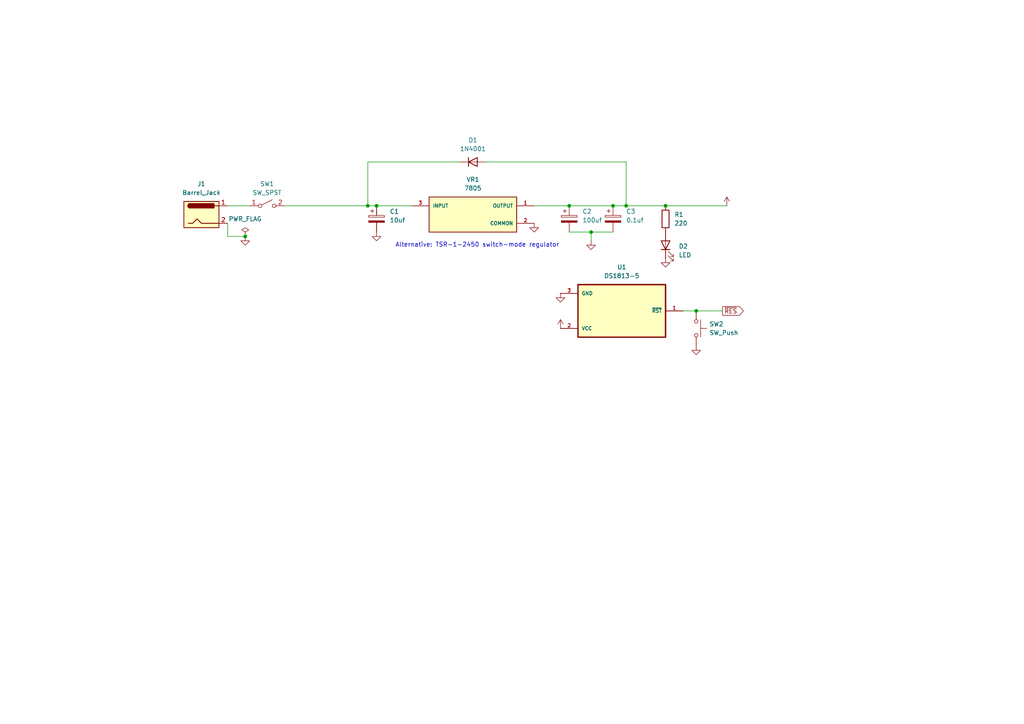
<source format=kicad_sch>
(kicad_sch (version 20250114) (generator "eeschema") (generator_version "9.0")
  (paper "A4")
  (title_block (title "Power and reset"))
  (lib_symbols
    (symbol "Connector:Barrel_Jack" (pin_names (offset 1.016))
      (property "Reference" "J" (at 0 5.334 0))
      (property "Value" "Barrel_Jack" (at 0 -5.08 0))
      (symbol "Barrel_Jack_0_1"
        (rectangle (start -5.08 3.81) (end 5.08 -3.81) (stroke (width 0.254)) (fill (type background)))
        (polyline (pts (xy -3.81 -2.54) (xy -2.54 -2.54) (xy -1.27 -1.27) (xy 0 -2.54) (xy 2.54 -2.54) (xy 5.08 -2.54)) (stroke (width 0.254)))
        (arc (start -3.302 1.905) (mid -3.9343 2.54) (end -3.302 3.175) (stroke (width 0.254)))
        (arc (start -3.302 1.905) (mid -3.9343 2.54) (end -3.302 3.175) (stroke (width 0.254)) (fill (type outline)))
        (rectangle (start 3.683 3.175) (end -3.302 1.905) (stroke (width 0.254)) (fill (type outline)))
        (polyline (pts (xy 5.08 2.54) (xy 3.81 2.54)) (stroke (width 0.254)))
      )
      (symbol "Barrel_Jack_1_1"
        (pin passive line (at 7.62 2.54 180) (length 2.54) (name "~") (number "1"))
        (pin passive line (at 7.62 -2.54 180) (length 2.54) (name "~") (number "2"))
      )
    )
    (symbol "Device:C_Polarized" (pin_numbers (hide yes)) (pin_names (offset 0.254))
      (property "Reference" "C" (at 0.635 2.54 0))
      (property "Value" "C_Polarized" (at 0.635 -2.54 0))
      (symbol "C_Polarized_0_1"
        (rectangle (start -2.286 0.508) (end 2.286 1.016))
        (polyline (pts (xy -1.778 2.286) (xy -0.762 2.286)))
        (polyline (pts (xy -1.27 2.794) (xy -1.27 1.778)))
        (rectangle (start 2.286 -0.508) (end -2.286 -1.016) (fill (type outline)))
      )
      (symbol "C_Polarized_1_1"
        (pin passive line (at 0 3.81 270) (length 2.794) (name "~") (number "1"))
        (pin passive line (at 0 -3.81 90) (length 2.794) (name "~") (number "2"))
      )
    )
    (symbol "Device:LED" (pin_numbers (hide yes)) (pin_names (offset 1.016) (hide yes))
      (property "Reference" "D" (at 0 2.54 0))
      (property "Value" "LED" (at 0 -2.54 0))
      (symbol "LED_0_1"
        (polyline (pts (xy -3.048 -0.762) (xy -4.572 -2.286) (xy -3.81 -2.286) (xy -4.572 -2.286) (xy -4.572 -1.524)))
        (polyline (pts (xy -1.778 -0.762) (xy -3.302 -2.286) (xy -2.54 -2.286) (xy -3.302 -2.286) (xy -3.302 -1.524)))
        (polyline (pts (xy -1.27 0) (xy 1.27 0)))
        (polyline (pts (xy -1.27 -1.27) (xy -1.27 1.27)) (stroke (width 0.254)))
        (polyline (pts (xy 1.27 -1.27) (xy 1.27 1.27) (xy -1.27 0) (xy 1.27 -1.27)) (stroke (width 0.254)))
      )
      (symbol "LED_1_1"
        (pin passive line (at -3.81 0 0) (length 2.54) (name "K") (number "1"))
        (pin passive line (at 3.81 0 180) (length 2.54) (name "A") (number "2"))
      )
    )
    (symbol "Device:R" (pin_numbers (hide yes)) (pin_names (offset 0))
      (property "Reference" "R" (at 2.032 0 90))
      (property "Value" "R" (at 0 0 90))
      (symbol "R_0_1"
        (rectangle (start -1.016 -2.54) (end 1.016 2.54) (stroke (width 0.254)))
      )
      (symbol "R_1_1"
        (pin passive line (at 0 3.81 270) (length 1.27) (name "~") (number "1"))
        (pin passive line (at 0 -3.81 90) (length 1.27) (name "~") (number "2"))
      )
    )
    (symbol "Diode:1N4001" (pin_numbers (hide yes)) (pin_names (hide yes))
      (property "Reference" "D" (at 0 2.54 0))
      (property "Value" "1N4001" (at 0 -2.54 0))
      (symbol "1N4001_0_1"
        (polyline (pts (xy -1.27 1.27) (xy -1.27 -1.27)) (stroke (width 0.254)))
        (polyline (pts (xy 1.27 1.27) (xy 1.27 -1.27) (xy -1.27 0) (xy 1.27 1.27)) (stroke (width 0.254)))
        (polyline (pts (xy 1.27 0) (xy -1.27 0)))
      )
      (symbol "1N4001_1_1"
        (pin passive line (at -3.81 0 0) (length 2.54) (name "K") (number "1"))
        (pin passive line (at 3.81 0 180) (length 2.54) (name "A") (number "2"))
      )
    )
    (symbol "Switch:SW_Push" (pin_numbers (hide yes)) (pin_names (offset 1.016) (hide yes))
      (property "Reference" "SW" (at 1.27 2.54 0))
      (property "Value" "SW_Push" (at 0 -1.524 0))
      (symbol "SW_Push_0_1"
        (circle (center -2.032 0) (radius 0.508))
        (polyline (pts (xy 0 1.27) (xy 0 3.048)))
        (circle (center 2.032 0) (radius 0.508))
        (polyline (pts (xy 2.54 1.27) (xy -2.54 1.27)))
        (pin passive line (at -5.08 0 0) (length 2.54) (name "1") (number "1"))
        (pin passive line (at 5.08 0 180) (length 2.54) (name "2") (number "2"))
      )
    )
    (symbol "Switch:SW_SPST" (pin_names (offset 0) (hide yes))
      (property "Reference" "SW" (at 0 3.175 0))
      (property "Value" "SW_SPST" (at 0 -2.54 0))
      (symbol "SW_SPST_0_0"
        (circle (center -2.032 0) (radius 0.508))
        (polyline (pts (xy -1.524 0.254) (xy 1.524 1.778)))
        (circle (center 2.032 0) (radius 0.508))
      )
      (symbol "SW_SPST_1_1"
        (pin passive line (at -5.08 0 0) (length 2.54) (name "A") (number "1"))
        (pin passive line (at 5.08 0 180) (length 2.54) (name "B") (number "2"))
      )
    )
    (symbol "custom:DS1813-5" (pin_names (offset 1.016))
      (property "Reference" "U" (at -12.7 8.62 0))
      (property "Value" "DS1813-5" (at -12.7 -11.62 0))
      (symbol "DS1813-5_0_0"
        (rectangle (start -12.7 -7.62) (end 12.7 7.62) (stroke (width 0.41)) (fill (type background)))
        (pin bidirectional line (at -17.78 0 0) (length 5.08) (name "~{RST}") (number "1"))
        (pin power_in line (at 17.78 5.08 180) (length 5.08) (name "VCC") (number "2"))
        (pin power_in line (at 17.78 -5.08 180) (length 5.08) (name "GND") (number "3"))
      )
    )
    (symbol "custom:UA78L05ACPK" (pin_names (offset 1.016))
      (property "Reference" "VR" (at -12.7 6.35 0))
      (property "Value" "UA78L05ACPK" (at -12.7 -7.62 0))
      (symbol "UA78L05ACPK_0_0"
        (rectangle (start -12.7 -5.08) (end 12.7 5.08) (stroke (width 0.254)) (fill (type background)))
        (pin input line (at -17.78 2.54 0) (length 5.08) (name "INPUT") (number "3"))
        (pin power_out line (at 17.78 2.54 180) (length 5.08) (name "OUTPUT") (number "1"))
        (pin power_in line (at 17.78 -2.54 180) (length 5.08) (name "COMMON") (number "2"))
      )
    )
    (symbol "power:GND" (power) (pin_numbers (hide yes)) (pin_names (offset 0) (hide yes))
      (property "Value" "GND" (at 0 -3.81 0))
      (symbol "GND_0_1"
        (polyline (pts (xy 0 0) (xy 0 -1.27) (xy 1.27 -1.27) (xy 0 -2.54) (xy -1.27 -1.27) (xy 0 -1.27)))
      )
      (symbol "GND_1_1"
        (pin power_in line (at 0 0 270) (length 0) (name "~") (number "1"))
      )
    )
    (symbol "power:PWR_FLAG" (power) (pin_numbers (hide yes)) (pin_names (offset 0) (hide yes))
      (property "Value" "PWR_FLAG" (at 0 3.81 0))
      (symbol "PWR_FLAG_0_0"
        (pin power_out line (at 0 0 90) (length 0) (name "~") (number "1"))
      )
      (symbol "PWR_FLAG_0_1"
        (polyline (pts (xy 0 0) (xy 0 1.27) (xy -1.016 1.905) (xy 0 2.54) (xy 1.016 1.905) (xy 0 1.27)))
      )
    )
    (symbol "power:VCC" (power) (pin_numbers (hide yes)) (pin_names (offset 0) (hide yes))
      (property "Value" "VCC" (at 0 3.556 0))
      (symbol "VCC_0_1"
        (polyline (pts (xy -0.762 1.27) (xy 0 2.54)))
        (polyline (pts (xy 0 2.54) (xy 0.762 1.27)))
        (polyline (pts (xy 0 0) (xy 0 2.54)))
      )
      (symbol "VCC_1_1"
        (pin power_in line (at 0 0 90) (length 0) (name "~") (number "1"))
      )
    )
  )
  (text "Alternative: TSR-1-2450 switch-mode regulator" (exclude_from_sim yes) (at 138.43 71.12 0) (effects (font (size 1.27 1.27))))
  (junction (at 165.1 59.69))
  (junction (at 201.93 90.17))
  (junction (at 106.68 59.69))
  (junction (at 177.8 59.69))
  (junction (at 71.12 68.58))
  (junction (at 181.61 59.69))
  (junction (at 109.22 59.69))
  (junction (at 171.45 67.31))
  (junction (at 193.04 59.69))
  (wire (pts (xy 201.93 90.17) (xy 209.55 90.17)))
  (wire (pts (xy 109.22 59.69) (xy 119.38 59.69)))
  (wire (pts (xy 177.8 59.69) (xy 165.1 59.69)))
  (wire (pts (xy 66.04 68.58) (xy 66.04 64.77)))
  (wire (pts (xy 109.22 59.69) (xy 106.68 59.69)))
  (wire (pts (xy 66.04 68.58) (xy 71.12 68.58)))
  (wire (pts (xy 165.1 67.31) (xy 171.45 67.31)))
  (wire (pts (xy 66.04 59.69) (xy 72.39 59.69)))
  (wire (pts (xy 198.12 90.17) (xy 201.93 90.17)))
  (wire (pts (xy 193.04 59.69) (xy 210.82 59.69)))
  (wire (pts (xy 140.97 46.99) (xy 181.61 46.99)))
  (wire (pts (xy 171.45 67.31) (xy 177.8 67.31)))
  (wire (pts (xy 177.8 59.69) (xy 181.61 59.69)))
  (wire (pts (xy 82.55 59.69) (xy 106.68 59.69)))
  (wire (pts (xy 181.61 46.99) (xy 181.61 59.69)))
  (wire (pts (xy 193.04 59.69) (xy 181.61 59.69)))
  (wire (pts (xy 106.68 46.99) (xy 106.68 59.69)))
  (wire (pts (xy 154.94 59.69) (xy 165.1 59.69)))
  (wire (pts (xy 133.35 46.99) (xy 106.68 46.99)))
  (wire (pts (xy 171.45 67.31) (xy 171.45 69.85)))
  (global_label "~{RES}" (shape output) (at 209.55 90.17 0) (property "Intersheetrefs" "${INTERSHEET_REFS}" (effects (hide yes))))
  (symbol (lib_id "power:GND") (at 71.12 68.58 0) (unit 1)
    (property "Reference" "#PWR033" (effects (hide yes)))
    (property "Value" "GND" (effects (hide yes)))
    (property "Description" "Power symbol creates a global label with name \"GND\" , ground" (effects (hide yes)))
    (instances (project "" (path "" (reference "#PWR01") (unit 1))) (project "" (path "" (reference "#PWR033") (unit 1))))
  )
  (symbol (lib_id "custom:DS1813-5") (at 180.34 90.17 180) (unit 1)
    (property "Reference" "U12" (at 180.34 77.47 0))
    (property "Value" "DS1813-5" (at 180.34 80.01 0))
    (property "Footprint" "Package_TO_SOT_THT:TO-92L" (effects (hide yes)))
    (instances (project "" (path "" (reference "U1") (unit 1))) (project "" (path "" (reference "U12") (unit 1))))
  )
  (symbol (lib_id "power:GND") (at 154.94 64.77 0) (unit 1)
    (property "Reference" "#PWR035" (effects (hide yes)))
    (property "Value" "GND" (effects (hide yes)))
    (property "Description" "Power symbol creates a global label with name \"GND\" , ground" (effects (hide yes)))
    (instances (project "" (path "" (reference "#PWR02") (unit 1))) (project "" (path "" (reference "#PWR035") (unit 1))))
  )
  (symbol (lib_id "Diode:1N4001") (at 137.16 46.99 0) (unit 1)
    (property "Reference" "D1" (at 137.16 40.64 0))
    (property "Value" "1N4001" (at 137.16 43.18 0))
    (property "Footprint" "Diode_THT:D_DO-41_SOD81_P10.16mm_Horizontal" (effects (hide yes)))
    (property "Datasheet" "http://www.vishay.com/docs/88503/1n4001.pdf" (effects (hide yes)))
    (property "Description" "50V 1A General Purpose Rectifier Diode, DO-41" (effects (hide yes)))
    (property "Sim.Device" "D" (effects (hide yes)))
    (property "Sim.Pins" "1=K 2=A" (effects (hide yes)))
  )
  (symbol (lib_id "power:GND") (at 109.22 67.31 0) (unit 1)
    (property "Reference" "#PWR034" (effects (hide yes)))
    (property "Value" "GND" (effects (hide yes)))
    (property "Description" "Power symbol creates a global label with name \"GND\" , ground" (effects (hide yes)))
    (instances (project "power-reset-test" (path "" (reference "#PWR04") (unit 1))) (project "" (path "" (reference "#PWR034") (unit 1))))
  )
  (symbol (lib_id "Device:C_Polarized") (at 177.8 63.5 0) (unit 1)
    (property "Reference" "C4" (at 181.61 61.3409 0) (effects (justify left)))
    (property "Value" "0.1uf" (at 181.61 63.8809 0) (effects (justify left)))
    (property "Footprint" "Capacitor_THT:C_Disc_D4.3mm_W1.9mm_P5.00mm" (effects (hide yes)))
    (property "Description" "Polarized capacitor" (effects (hide yes)))
    (instances (project "" (path "" (reference "C3") (unit 1))) (project "" (path "" (reference "C4") (unit 1))))
  )
  (symbol (lib_id "power:PWR_FLAG") (at 71.12 68.58 0) (unit 1)
    (property "Reference" "#FLG01" (effects (hide yes)))
    (property "Value" "PWR_FLAG" (at 71.12 63.5 0))
    (property "Description" "Special symbol for telling ERC where power comes from" (effects (hide yes)))
    (instances (project "" (path "" (reference "#FLG02") (unit 1))) (project "" (path "" (reference "#FLG01") (unit 1))))
  )
  (symbol (lib_id "power:VCC") (at 162.56 95.25 0) (unit 1)
    (property "Reference" "#PWR06" (effects (hide yes)))
    (property "Value" "VCC" (effects (hide yes)))
    (property "Description" "Power symbol creates a global label with name \"VCC\"" (effects (hide yes)))
  )
  (symbol (lib_id "power:VCC") (at 210.82 59.69 0) (unit 1)
    (property "Reference" "#PWR05" (effects (hide yes)))
    (property "Value" "VCC" (effects (hide yes)))
    (property "Description" "Power symbol creates a global label with name \"VCC\"" (effects (hide yes)))
  )
  (symbol (lib_id "Connector:Barrel_Jack") (at 58.42 62.23 0) (unit 1)
    (property "Reference" "J1" (at 58.42 53.34 0))
    (property "Value" "Barrel_Jack" (at 58.42 55.88 0))
    (property "Footprint" "Connector_BarrelJack:BarrelJack_Horizontal" (effects (hide yes)))
    (property "Description" "DC Barrel Jack" (effects (hide yes)))
  )
  (symbol (lib_id "power:GND") (at 162.56 85.09 0) (unit 1)
    (property "Reference" "#PWR036" (effects (hide yes)))
    (property "Value" "GND" (effects (hide yes)))
    (property "Description" "Power symbol creates a global label with name \"GND\" , ground" (effects (hide yes)))
    (instances (project "" (path "" (reference "#PWR08") (unit 1))) (project "" (path "" (reference "#PWR036") (unit 1))))
  )
  (symbol (lib_id "Switch:SW_Push") (at 201.93 95.25 270) (unit 1)
    (property "Reference" "SW2" (at 205.74 93.9799 90) (effects (justify left)))
    (property "Value" "SW_Push" (at 205.74 96.5199 90) (effects (justify left)))
    (property "Footprint" "Button_Switch_THT:SW_PUSH_6mm" (effects (hide yes)))
    (property "Description" "Push button switch, generic, two pins" (effects (hide yes)))
  )
  (symbol (lib_id "Device:C_Polarized") (at 165.1 63.5 0) (unit 1)
    (property "Reference" "C3" (at 168.91 61.3409 0) (effects (justify left)))
    (property "Value" "100uf" (at 168.91 63.8809 0) (effects (justify left)))
    (property "Footprint" "Capacitor_THT:CP_Radial_D5.0mm_P2.50mm" (effects (hide yes)))
    (property "Description" "Polarized capacitor" (effects (hide yes)))
    (instances (project "" (path "" (reference "C2") (unit 1))) (project "" (path "" (reference "C3") (unit 1))))
  )
  (symbol (lib_id "Device:C_Polarized") (at 109.22 63.5 0) (unit 1)
    (property "Reference" "C2" (at 113.03 61.3409 0) (effects (justify left)))
    (property "Value" "10uf" (at 113.03 63.8809 0) (effects (justify left)))
    (property "Footprint" "Capacitor_THT:CP_Radial_D5.0mm_P2.50mm" (effects (hide yes)))
    (property "Description" "Polarized capacitor" (effects (hide yes)))
    (instances (project "" (path "" (reference "C1") (unit 1))) (project "" (path "" (reference "C2") (unit 1))))
  )
  (symbol (lib_id "power:GND") (at 193.04 74.93 0) (unit 1)
    (property "Reference" "#PWR038" (effects (hide yes)))
    (property "Value" "GND" (effects (hide yes)))
    (property "Description" "Power symbol creates a global label with name \"GND\" , ground" (effects (hide yes)))
    (instances (project "" (path "" (reference "#PWR06") (unit 1))) (project "" (path "" (reference "#PWR038") (unit 1))))
  )
  (symbol (lib_id "power:GND") (at 171.45 69.85 0) (unit 1)
    (property "Reference" "#PWR037" (effects (hide yes)))
    (property "Value" "GND" (effects (hide yes)))
    (property "Description" "Power symbol creates a global label with name \"GND\" , ground" (effects (hide yes)))
    (instances (project "" (path "" (reference "#PWR03") (unit 1))) (project "" (path "" (reference "#PWR037") (unit 1))))
  )
  (symbol (lib_id "Device:R") (at 193.04 63.5 0) (unit 1)
    (property "Reference" "R2" (at 195.58 62.2299 0) (effects (justify left)))
    (property "Value" "220" (at 195.58 64.7699 0) (effects (justify left)))
    (property "Footprint" "Resistor_THT:R_Axial_DIN0207_L6.3mm_D2.5mm_P7.62mm_Horizontal" (effects (hide yes)))
    (property "Description" "Resistor" (effects (hide yes)))
    (instances (project "" (path "" (reference "R1") (unit 1))) (project "" (path "" (reference "R2") (unit 1))))
  )
  (symbol (lib_id "power:GND") (at 201.93 100.33 0) (unit 1)
    (property "Reference" "#PWR039" (effects (hide yes)))
    (property "Value" "GND" (effects (hide yes)))
    (property "Description" "Power symbol creates a global label with name \"GND\" , ground" (effects (hide yes)))
    (instances (project "" (path "" (reference "#PWR07") (unit 1))) (project "" (path "" (reference "#PWR039") (unit 1))))
  )
  (symbol (lib_id "Switch:SW_SPST") (at 77.47 59.69 0) (unit 1)
    (property "Reference" "SW1" (at 77.47 53.34 0))
    (property "Value" "SW_SPST" (at 77.47 55.88 0))
    (property "Footprint" "Button_Switch_THT:SW_Slide_SPDT_Straight_CK_OS102011MS2Q" (effects (hide yes)))
    (property "Description" "Single Pole Single Throw (SPST) switch" (effects (hide yes)))
  )
  (symbol (lib_id "Device:LED") (at 193.04 71.12 90) (unit 1)
    (property "Reference" "D2" (at 196.85 71.4374 90) (effects (justify right)))
    (property "Value" "LED" (at 196.85 73.9774 90) (effects (justify right)))
    (property "Footprint" "LED_THT:LED_D5.0mm" (effects (hide yes)))
    (property "Description" "Light emitting diode" (effects (hide yes)))
    (property "Sim.Pins" "1=K 2=A" (effects (hide yes)))
  )
  (symbol (lib_id "custom:UA78L05ACPK") (at 137.16 62.23 0) (unit 1)
    (property "Reference" "VR1" (at 137.16 52.07 0))
    (property "Value" "7805" (at 137.16 54.61 0))
    (property "Footprint" "Package_TO_SOT_THT:TO-220-3_Vertical" (effects (hide yes)))
    (property "PARTREV" "V" (effects (hide yes)))
    (property "MANUFACTURER" "Texas Instruments" (effects (hide yes)))
    (property "SNAPEDA_PACKAGE_ID" "102648" (effects (hide yes)))
    (property "MAXIMUM_PACKAGE_HEIGHT" "1.6 mm" (effects (hide yes)))
    (property "STANDARD" "Manufacturer Recommendations" (effects (hide yes)))
  )
)
</source>
